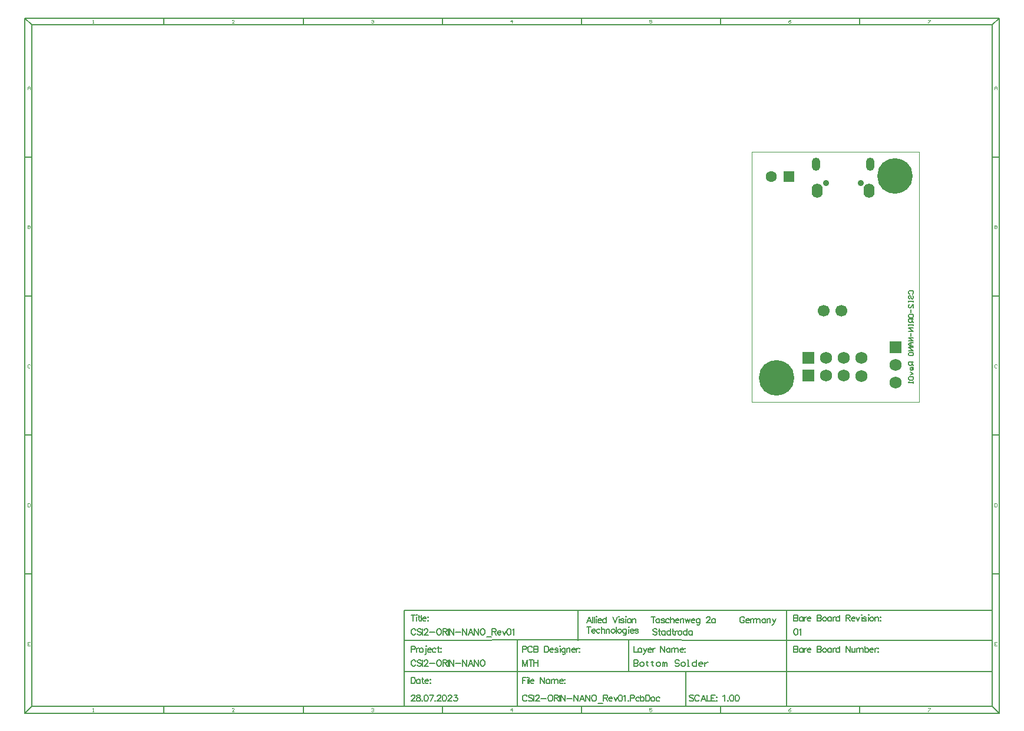
<source format=gbs>
G04*
G04 #@! TF.GenerationSoftware,Altium Limited,Altium Designer,23.7.1 (13)*
G04*
G04 Layer_Color=10079232*
%FSLAX43Y43*%
%MOMM*%
G71*
G04*
G04 #@! TF.SameCoordinates,B4B51515-0AC6-4D20-8248-00ACB9807E1E*
G04*
G04*
G04 #@! TF.FilePolarity,Negative*
G04*
G01*
G75*
%ADD10C,0.200*%
%ADD11C,0.127*%
%ADD12C,0.025*%
%ADD13C,0.050*%
%ADD41C,1.600*%
%ADD52R,1.750X1.750*%
%ADD53C,1.750*%
%ADD54C,1.700*%
%ADD55O,1.250X1.900*%
%ADD56O,1.550X2.100*%
%ADD57C,0.900*%
%ADD58C,5.100*%
%ADD59R,1.750X1.750*%
%ADD60R,1.600X1.600*%
D10*
X22624Y15542D02*
X22507Y15659D01*
Y15892D01*
X22624Y16009D01*
X23090D01*
X23207Y15892D01*
Y15659D01*
X23090Y15542D01*
X22624Y14843D02*
X22507Y14959D01*
Y15192D01*
X22624Y15309D01*
X22740D01*
X22857Y15192D01*
Y14959D01*
X22974Y14843D01*
X23090D01*
X23207Y14959D01*
Y15192D01*
X23090Y15309D01*
X22507Y14609D02*
Y14376D01*
Y14493D01*
X23207D01*
Y14609D01*
Y14376D01*
Y13560D02*
Y14026D01*
X22740Y13560D01*
X22624D01*
X22507Y13676D01*
Y13910D01*
X22624Y14026D01*
X22857Y13326D02*
Y12860D01*
X22507Y12277D02*
Y12510D01*
X22624Y12627D01*
X23090D01*
X23207Y12510D01*
Y12277D01*
X23090Y12160D01*
X22624D01*
X22507Y12277D01*
X23207Y11927D02*
X22507D01*
Y11577D01*
X22624Y11460D01*
X22857D01*
X22974Y11577D01*
Y11927D01*
Y11694D02*
X23207Y11460D01*
X22507Y11227D02*
Y10994D01*
Y11110D01*
X23207D01*
Y11227D01*
Y10994D01*
Y10644D02*
X22507D01*
X23207Y10177D01*
X22507D01*
X22857Y9944D02*
Y9478D01*
X23207Y9244D02*
X22507D01*
X23207Y8778D01*
X22507D01*
X23207Y8545D02*
X22740D01*
X22507Y8311D01*
X22740Y8078D01*
X23207D01*
X22857D01*
Y8545D01*
X23207Y7845D02*
X22507D01*
X23207Y7378D01*
X22507D01*
Y6795D02*
Y7028D01*
X22624Y7145D01*
X23090D01*
X23207Y7028D01*
Y6795D01*
X23090Y6679D01*
X22624D01*
X22507Y6795D01*
X23207Y5745D02*
X22507D01*
Y5396D01*
X22624Y5279D01*
X22857D01*
X22974Y5396D01*
Y5745D01*
Y5512D02*
X23207Y5279D01*
Y4696D02*
Y4929D01*
X23090Y5046D01*
X22857D01*
X22740Y4929D01*
Y4696D01*
X22857Y4579D01*
X22974D01*
Y5046D01*
X22740Y4346D02*
X23207Y4113D01*
X22740Y3879D01*
X22624Y3646D02*
X22507Y3530D01*
Y3296D01*
X22624Y3180D01*
X23090D01*
X23207Y3296D01*
Y3530D01*
X23090Y3646D01*
X22624D01*
X23207Y2946D02*
Y2713D01*
Y2830D01*
X22507D01*
X22624Y2946D01*
D11*
X-17000Y-37111D02*
Y-38000D01*
X-16556D01*
X-16408Y-37852D01*
Y-37704D01*
X-16556Y-37556D01*
X-17000D01*
X-16556D01*
X-16408Y-37408D01*
Y-37259D01*
X-16556Y-37111D01*
X-17000D01*
X-15963Y-38000D02*
X-15667D01*
X-15519Y-37852D01*
Y-37556D01*
X-15667Y-37408D01*
X-15963D01*
X-16111Y-37556D01*
Y-37852D01*
X-15963Y-38000D01*
X-15074Y-37259D02*
Y-37408D01*
X-15223D01*
X-14926D01*
X-15074D01*
Y-37852D01*
X-14926Y-38000D01*
X-14334Y-37259D02*
Y-37408D01*
X-14482D01*
X-14186D01*
X-14334D01*
Y-37852D01*
X-14186Y-38000D01*
X-13593D02*
X-13297D01*
X-13149Y-37852D01*
Y-37556D01*
X-13297Y-37408D01*
X-13593D01*
X-13741Y-37556D01*
Y-37852D01*
X-13593Y-38000D01*
X-12853D02*
Y-37408D01*
X-12705D01*
X-12556Y-37556D01*
Y-38000D01*
Y-37556D01*
X-12408Y-37408D01*
X-12260Y-37556D01*
Y-38000D01*
X-10483Y-37259D02*
X-10631Y-37111D01*
X-10927D01*
X-11075Y-37259D01*
Y-37408D01*
X-10927Y-37556D01*
X-10631D01*
X-10483Y-37704D01*
Y-37852D01*
X-10631Y-38000D01*
X-10927D01*
X-11075Y-37852D01*
X-10038Y-38000D02*
X-9742D01*
X-9594Y-37852D01*
Y-37556D01*
X-9742Y-37408D01*
X-10038D01*
X-10187Y-37556D01*
Y-37852D01*
X-10038Y-38000D01*
X-9298D02*
X-9002D01*
X-9150D01*
Y-37111D01*
X-9298D01*
X-7965D02*
Y-38000D01*
X-8409D01*
X-8557Y-37852D01*
Y-37556D01*
X-8409Y-37408D01*
X-7965D01*
X-7224Y-38000D02*
X-7520D01*
X-7669Y-37852D01*
Y-37556D01*
X-7520Y-37408D01*
X-7224D01*
X-7076Y-37556D01*
Y-37704D01*
X-7669D01*
X-6780Y-37408D02*
Y-38000D01*
Y-37704D01*
X-6632Y-37556D01*
X-6484Y-37408D01*
X-6335D01*
X35500Y-44750D02*
Y55250D01*
X-104500Y-44750D02*
X35500D01*
X-104500D02*
Y55250D01*
X35500D01*
X34500Y-43750D02*
X35500Y-44750D01*
X-9500Y-43750D02*
Y-38750D01*
X12250Y-43750D02*
X34500D01*
X5000D02*
Y-30000D01*
X-33500D02*
X20000D01*
X-49975Y-38725D02*
X-17750Y-38750D01*
X-50000Y-34250D02*
X-24975Y-34225D01*
X5000Y-30000D02*
X34500D01*
X-50000Y-43750D02*
X-33500D01*
X-50000D02*
Y-30000D01*
X-33500D01*
Y-43750D02*
X12250D01*
X-17750Y-38750D02*
X5000D01*
X-24975Y-34225D02*
X5000Y-34250D01*
X-17750Y-38750D02*
Y-34250D01*
X34500Y-43750D02*
X34500Y-30000D01*
X-33750Y-43750D02*
Y-34250D01*
X-25000Y-34250D02*
Y-30000D01*
X5000Y-38750D02*
X34500D01*
X5000Y-34250D02*
X34500D01*
X-103500Y-43750D02*
X-50000D01*
X-103500D02*
Y54250D01*
X34500D01*
Y-30000D02*
Y54250D01*
X-84500Y-44750D02*
Y-43750D01*
X-64500Y-44750D02*
Y-43750D01*
X-44500Y-44750D02*
Y-43750D01*
X-24500Y-44750D02*
Y-43750D01*
X-4500Y-44750D02*
Y-43750D01*
X15500Y-44750D02*
Y-43750D01*
X-104500Y-44750D02*
X-103500Y-43750D01*
X15500Y54250D02*
Y55250D01*
X-4500Y54250D02*
Y55250D01*
X-24500Y54250D02*
Y55250D01*
X-44500Y54250D02*
Y55250D01*
X-64500Y54250D02*
Y55250D01*
X-84500Y54250D02*
Y55250D01*
X-104500Y35250D02*
X-103500D01*
X-104500Y15250D02*
X-103500D01*
X-104500Y-4750D02*
X-103500D01*
X-104500Y-24750D02*
X-103500D01*
X34500Y54250D02*
X35500Y55250D01*
X-104500D02*
X-103500Y54250D01*
X34500Y-24750D02*
X35500D01*
X34500Y-4750D02*
X35500D01*
X34500Y15250D02*
X35500D01*
X34500Y35250D02*
X35500D01*
X-48365Y-37323D02*
X-48407Y-37238D01*
X-48492Y-37154D01*
X-48577Y-37111D01*
X-48746D01*
X-48831Y-37154D01*
X-48915Y-37238D01*
X-48958Y-37323D01*
X-49000Y-37450D01*
Y-37661D01*
X-48958Y-37788D01*
X-48915Y-37873D01*
X-48831Y-37958D01*
X-48746Y-38000D01*
X-48577D01*
X-48492Y-37958D01*
X-48407Y-37873D01*
X-48365Y-37788D01*
X-47523Y-37238D02*
X-47608Y-37154D01*
X-47735Y-37111D01*
X-47904D01*
X-48031Y-37154D01*
X-48115Y-37238D01*
Y-37323D01*
X-48073Y-37407D01*
X-48031Y-37450D01*
X-47946Y-37492D01*
X-47692Y-37577D01*
X-47608Y-37619D01*
X-47565Y-37661D01*
X-47523Y-37746D01*
Y-37873D01*
X-47608Y-37958D01*
X-47735Y-38000D01*
X-47904D01*
X-48031Y-37958D01*
X-48115Y-37873D01*
X-47324Y-37111D02*
Y-38000D01*
X-47095Y-37323D02*
Y-37280D01*
X-47053Y-37196D01*
X-47011Y-37154D01*
X-46926Y-37111D01*
X-46757D01*
X-46672Y-37154D01*
X-46630Y-37196D01*
X-46588Y-37280D01*
Y-37365D01*
X-46630Y-37450D01*
X-46714Y-37577D01*
X-47138Y-38000D01*
X-46545D01*
X-46346Y-37619D02*
X-45584D01*
X-45068Y-37111D02*
X-45153Y-37154D01*
X-45237Y-37238D01*
X-45280Y-37323D01*
X-45322Y-37450D01*
Y-37661D01*
X-45280Y-37788D01*
X-45237Y-37873D01*
X-45153Y-37958D01*
X-45068Y-38000D01*
X-44899D01*
X-44814Y-37958D01*
X-44729Y-37873D01*
X-44687Y-37788D01*
X-44645Y-37661D01*
Y-37450D01*
X-44687Y-37323D01*
X-44729Y-37238D01*
X-44814Y-37154D01*
X-44899Y-37111D01*
X-45068D01*
X-44437D02*
Y-38000D01*
Y-37111D02*
X-44057D01*
X-43930Y-37154D01*
X-43887Y-37196D01*
X-43845Y-37280D01*
Y-37365D01*
X-43887Y-37450D01*
X-43930Y-37492D01*
X-44057Y-37534D01*
X-44437D01*
X-44141D02*
X-43845Y-38000D01*
X-43646Y-37111D02*
Y-38000D01*
X-43460Y-37111D02*
Y-38000D01*
Y-37111D02*
X-42867Y-38000D01*
Y-37111D02*
Y-38000D01*
X-42622Y-37619D02*
X-41860D01*
X-41597Y-37111D02*
Y-38000D01*
Y-37111D02*
X-41005Y-38000D01*
Y-37111D02*
Y-38000D01*
X-40082D02*
X-40421Y-37111D01*
X-40759Y-38000D01*
X-40632Y-37704D02*
X-40209D01*
X-39875Y-37111D02*
Y-38000D01*
Y-37111D02*
X-39282Y-38000D01*
Y-37111D02*
Y-38000D01*
X-38783Y-37111D02*
X-38868Y-37154D01*
X-38952Y-37238D01*
X-38995Y-37323D01*
X-39037Y-37450D01*
Y-37661D01*
X-38995Y-37788D01*
X-38952Y-37873D01*
X-38868Y-37958D01*
X-38783Y-38000D01*
X-38614D01*
X-38529Y-37958D01*
X-38444Y-37873D01*
X-38402Y-37788D01*
X-38360Y-37661D01*
Y-37450D01*
X-38402Y-37323D01*
X-38444Y-37238D01*
X-38529Y-37154D01*
X-38614Y-37111D01*
X-38783D01*
X-49000Y-35577D02*
X-48619D01*
X-48492Y-35534D01*
X-48450Y-35492D01*
X-48407Y-35407D01*
Y-35280D01*
X-48450Y-35196D01*
X-48492Y-35154D01*
X-48619Y-35111D01*
X-49000D01*
Y-36000D01*
X-48209Y-35407D02*
Y-36000D01*
Y-35661D02*
X-48166Y-35534D01*
X-48082Y-35450D01*
X-47997Y-35407D01*
X-47870D01*
X-47578D02*
X-47663Y-35450D01*
X-47747Y-35534D01*
X-47790Y-35661D01*
Y-35746D01*
X-47747Y-35873D01*
X-47663Y-35958D01*
X-47578Y-36000D01*
X-47451D01*
X-47366Y-35958D01*
X-47282Y-35873D01*
X-47239Y-35746D01*
Y-35661D01*
X-47282Y-35534D01*
X-47366Y-35450D01*
X-47451Y-35407D01*
X-47578D01*
X-46875Y-35111D02*
X-46833Y-35154D01*
X-46791Y-35111D01*
X-46833Y-35069D01*
X-46875Y-35111D01*
X-46833Y-35407D02*
Y-36127D01*
X-46875Y-36254D01*
X-46960Y-36296D01*
X-47045D01*
X-46626Y-35661D02*
X-46118D01*
Y-35577D01*
X-46160Y-35492D01*
X-46202Y-35450D01*
X-46287Y-35407D01*
X-46414D01*
X-46499Y-35450D01*
X-46583Y-35534D01*
X-46626Y-35661D01*
Y-35746D01*
X-46583Y-35873D01*
X-46499Y-35958D01*
X-46414Y-36000D01*
X-46287D01*
X-46202Y-35958D01*
X-46118Y-35873D01*
X-45419Y-35534D02*
X-45504Y-35450D01*
X-45589Y-35407D01*
X-45716D01*
X-45800Y-35450D01*
X-45885Y-35534D01*
X-45927Y-35661D01*
Y-35746D01*
X-45885Y-35873D01*
X-45800Y-35958D01*
X-45716Y-36000D01*
X-45589D01*
X-45504Y-35958D01*
X-45419Y-35873D01*
X-45102Y-35111D02*
Y-35831D01*
X-45060Y-35958D01*
X-44975Y-36000D01*
X-44890D01*
X-45229Y-35407D02*
X-44933D01*
X-44721D02*
X-44763Y-35450D01*
X-44721Y-35492D01*
X-44679Y-35450D01*
X-44721Y-35407D01*
Y-35915D02*
X-44763Y-35958D01*
X-44721Y-36000D01*
X-44679Y-35958D01*
X-44721Y-35915D01*
X-17000Y-35111D02*
Y-36000D01*
X-16492D01*
X-15887Y-35407D02*
Y-36000D01*
Y-35534D02*
X-15972Y-35450D01*
X-16056Y-35407D01*
X-16183D01*
X-16268Y-35450D01*
X-16352Y-35534D01*
X-16395Y-35661D01*
Y-35746D01*
X-16352Y-35873D01*
X-16268Y-35958D01*
X-16183Y-36000D01*
X-16056D01*
X-15972Y-35958D01*
X-15887Y-35873D01*
X-15608Y-35407D02*
X-15354Y-36000D01*
X-15100Y-35407D02*
X-15354Y-36000D01*
X-15438Y-36169D01*
X-15523Y-36254D01*
X-15608Y-36296D01*
X-15650D01*
X-14952Y-35661D02*
X-14444D01*
Y-35577D01*
X-14486Y-35492D01*
X-14528Y-35450D01*
X-14613Y-35407D01*
X-14740D01*
X-14825Y-35450D01*
X-14909Y-35534D01*
X-14952Y-35661D01*
Y-35746D01*
X-14909Y-35873D01*
X-14825Y-35958D01*
X-14740Y-36000D01*
X-14613D01*
X-14528Y-35958D01*
X-14444Y-35873D01*
X-14253Y-35407D02*
Y-36000D01*
Y-35661D02*
X-14211Y-35534D01*
X-14126Y-35450D01*
X-14042Y-35407D01*
X-13915D01*
X-13136Y-35111D02*
Y-36000D01*
Y-35111D02*
X-12543Y-36000D01*
Y-35111D02*
Y-36000D01*
X-11790Y-35407D02*
Y-36000D01*
Y-35534D02*
X-11875Y-35450D01*
X-11959Y-35407D01*
X-12086D01*
X-12171Y-35450D01*
X-12255Y-35534D01*
X-12298Y-35661D01*
Y-35746D01*
X-12255Y-35873D01*
X-12171Y-35958D01*
X-12086Y-36000D01*
X-11959D01*
X-11875Y-35958D01*
X-11790Y-35873D01*
X-11553Y-35407D02*
Y-36000D01*
Y-35577D02*
X-11426Y-35450D01*
X-11341Y-35407D01*
X-11214D01*
X-11130Y-35450D01*
X-11087Y-35577D01*
Y-36000D01*
Y-35577D02*
X-10960Y-35450D01*
X-10876Y-35407D01*
X-10749D01*
X-10664Y-35450D01*
X-10622Y-35577D01*
Y-36000D01*
X-10342Y-35661D02*
X-9835D01*
Y-35577D01*
X-9877Y-35492D01*
X-9919Y-35450D01*
X-10004Y-35407D01*
X-10131D01*
X-10215Y-35450D01*
X-10300Y-35534D01*
X-10342Y-35661D01*
Y-35746D01*
X-10300Y-35873D01*
X-10215Y-35958D01*
X-10131Y-36000D01*
X-10004D01*
X-9919Y-35958D01*
X-9835Y-35873D01*
X-9602Y-35407D02*
X-9644Y-35450D01*
X-9602Y-35492D01*
X-9559Y-35450D01*
X-9602Y-35407D01*
Y-35915D02*
X-9644Y-35958D01*
X-9602Y-36000D01*
X-9559Y-35958D01*
X-9602Y-35915D01*
X-8407Y-42238D02*
X-8492Y-42154D01*
X-8619Y-42111D01*
X-8788D01*
X-8915Y-42154D01*
X-9000Y-42238D01*
Y-42323D01*
X-8958Y-42407D01*
X-8915Y-42450D01*
X-8831Y-42492D01*
X-8577Y-42577D01*
X-8492Y-42619D01*
X-8450Y-42661D01*
X-8407Y-42746D01*
Y-42873D01*
X-8492Y-42958D01*
X-8619Y-43000D01*
X-8788D01*
X-8915Y-42958D01*
X-9000Y-42873D01*
X-7574Y-42323D02*
X-7616Y-42238D01*
X-7701Y-42154D01*
X-7785Y-42111D01*
X-7955D01*
X-8039Y-42154D01*
X-8124Y-42238D01*
X-8166Y-42323D01*
X-8209Y-42450D01*
Y-42661D01*
X-8166Y-42788D01*
X-8124Y-42873D01*
X-8039Y-42958D01*
X-7955Y-43000D01*
X-7785D01*
X-7701Y-42958D01*
X-7616Y-42873D01*
X-7574Y-42788D01*
X-6647Y-43000D02*
X-6985Y-42111D01*
X-7324Y-43000D01*
X-7197Y-42704D02*
X-6774D01*
X-6439Y-42111D02*
Y-43000D01*
X-5931D01*
X-5284Y-42111D02*
X-5834D01*
Y-43000D01*
X-5284D01*
X-5834Y-42534D02*
X-5496D01*
X-5093Y-42407D02*
X-5136Y-42450D01*
X-5093Y-42492D01*
X-5051Y-42450D01*
X-5093Y-42407D01*
Y-42915D02*
X-5136Y-42958D01*
X-5093Y-43000D01*
X-5051Y-42958D01*
X-5093Y-42915D01*
X-4158Y-42280D02*
X-4073Y-42238D01*
X-3946Y-42111D01*
Y-43000D01*
X-3464Y-42915D02*
X-3506Y-42958D01*
X-3464Y-43000D01*
X-3422Y-42958D01*
X-3464Y-42915D01*
X-2973Y-42111D02*
X-3100Y-42154D01*
X-3185Y-42280D01*
X-3227Y-42492D01*
Y-42619D01*
X-3185Y-42831D01*
X-3100Y-42958D01*
X-2973Y-43000D01*
X-2888D01*
X-2761Y-42958D01*
X-2677Y-42831D01*
X-2634Y-42619D01*
Y-42492D01*
X-2677Y-42280D01*
X-2761Y-42154D01*
X-2888Y-42111D01*
X-2973D01*
X-2182D02*
X-2309Y-42154D01*
X-2393Y-42280D01*
X-2436Y-42492D01*
Y-42619D01*
X-2393Y-42831D01*
X-2309Y-42958D01*
X-2182Y-43000D01*
X-2097D01*
X-1970Y-42958D01*
X-1885Y-42831D01*
X-1843Y-42619D01*
Y-42492D01*
X-1885Y-42280D01*
X-1970Y-42154D01*
X-2097Y-42111D01*
X-2182D01*
X-1115Y-31073D02*
X-1157Y-30988D01*
X-1242Y-30904D01*
X-1327Y-30861D01*
X-1496D01*
X-1581Y-30904D01*
X-1665Y-30988D01*
X-1708Y-31073D01*
X-1750Y-31200D01*
Y-31411D01*
X-1708Y-31538D01*
X-1665Y-31623D01*
X-1581Y-31708D01*
X-1496Y-31750D01*
X-1327D01*
X-1242Y-31708D01*
X-1157Y-31623D01*
X-1115Y-31538D01*
Y-31411D01*
X-1327D02*
X-1115D01*
X-912D02*
X-404D01*
Y-31327D01*
X-446Y-31242D01*
X-489Y-31200D01*
X-573Y-31157D01*
X-700D01*
X-785Y-31200D01*
X-870Y-31284D01*
X-912Y-31411D01*
Y-31496D01*
X-870Y-31623D01*
X-785Y-31708D01*
X-700Y-31750D01*
X-573D01*
X-489Y-31708D01*
X-404Y-31623D01*
X-214Y-31157D02*
Y-31750D01*
Y-31411D02*
X-171Y-31284D01*
X-87Y-31200D01*
X-2Y-31157D01*
X125D01*
X205D02*
Y-31750D01*
Y-31327D02*
X332Y-31200D01*
X417Y-31157D01*
X544D01*
X629Y-31200D01*
X671Y-31327D01*
Y-31750D01*
Y-31327D02*
X798Y-31200D01*
X883Y-31157D01*
X1010D01*
X1094Y-31200D01*
X1137Y-31327D01*
Y-31750D01*
X1924Y-31157D02*
Y-31750D01*
Y-31284D02*
X1839Y-31200D01*
X1754Y-31157D01*
X1627D01*
X1543Y-31200D01*
X1458Y-31284D01*
X1416Y-31411D01*
Y-31496D01*
X1458Y-31623D01*
X1543Y-31708D01*
X1627Y-31750D01*
X1754D01*
X1839Y-31708D01*
X1924Y-31623D01*
X2161Y-31157D02*
Y-31750D01*
Y-31327D02*
X2288Y-31200D01*
X2372Y-31157D01*
X2499D01*
X2584Y-31200D01*
X2626Y-31327D01*
Y-31750D01*
X2901Y-31157D02*
X3155Y-31750D01*
X3409Y-31157D02*
X3155Y-31750D01*
X3071Y-31919D01*
X2986Y-32004D01*
X2901Y-32046D01*
X2859D01*
X-13657Y-32738D02*
X-13742Y-32654D01*
X-13869Y-32611D01*
X-14038D01*
X-14165Y-32654D01*
X-14250Y-32738D01*
Y-32823D01*
X-14208Y-32907D01*
X-14165Y-32950D01*
X-14081Y-32992D01*
X-13827Y-33077D01*
X-13742Y-33119D01*
X-13700Y-33161D01*
X-13657Y-33246D01*
Y-33373D01*
X-13742Y-33458D01*
X-13869Y-33500D01*
X-14038D01*
X-14165Y-33458D01*
X-14250Y-33373D01*
X-13332Y-32611D02*
Y-33331D01*
X-13289Y-33458D01*
X-13205Y-33500D01*
X-13120D01*
X-13459Y-32907D02*
X-13162D01*
X-12485D02*
Y-33500D01*
Y-33034D02*
X-12570Y-32950D01*
X-12654Y-32907D01*
X-12781D01*
X-12866Y-32950D01*
X-12951Y-33034D01*
X-12993Y-33161D01*
Y-33246D01*
X-12951Y-33373D01*
X-12866Y-33458D01*
X-12781Y-33500D01*
X-12654D01*
X-12570Y-33458D01*
X-12485Y-33373D01*
X-11740Y-32611D02*
Y-33500D01*
Y-33034D02*
X-11825Y-32950D01*
X-11909Y-32907D01*
X-12036D01*
X-12121Y-32950D01*
X-12206Y-33034D01*
X-12248Y-33161D01*
Y-33246D01*
X-12206Y-33373D01*
X-12121Y-33458D01*
X-12036Y-33500D01*
X-11909D01*
X-11825Y-33458D01*
X-11740Y-33373D01*
X-11376Y-32611D02*
Y-33331D01*
X-11334Y-33458D01*
X-11249Y-33500D01*
X-11165D01*
X-11503Y-32907D02*
X-11207D01*
X-11038D02*
Y-33500D01*
Y-33161D02*
X-10995Y-33034D01*
X-10911Y-32950D01*
X-10826Y-32907D01*
X-10699D01*
X-10407D02*
X-10492Y-32950D01*
X-10576Y-33034D01*
X-10619Y-33161D01*
Y-33246D01*
X-10576Y-33373D01*
X-10492Y-33458D01*
X-10407Y-33500D01*
X-10280D01*
X-10195Y-33458D01*
X-10111Y-33373D01*
X-10068Y-33246D01*
Y-33161D01*
X-10111Y-33034D01*
X-10195Y-32950D01*
X-10280Y-32907D01*
X-10407D01*
X-9366Y-32611D02*
Y-33500D01*
Y-33034D02*
X-9450Y-32950D01*
X-9535Y-32907D01*
X-9662D01*
X-9747Y-32950D01*
X-9831Y-33034D01*
X-9874Y-33161D01*
Y-33246D01*
X-9831Y-33373D01*
X-9747Y-33458D01*
X-9662Y-33500D01*
X-9535D01*
X-9450Y-33458D01*
X-9366Y-33373D01*
X-8621Y-32907D02*
Y-33500D01*
Y-33034D02*
X-8706Y-32950D01*
X-8790Y-32907D01*
X-8917D01*
X-9002Y-32950D01*
X-9086Y-33034D01*
X-9129Y-33161D01*
Y-33246D01*
X-9086Y-33373D01*
X-9002Y-33458D01*
X-8917Y-33500D01*
X-8790D01*
X-8706Y-33458D01*
X-8621Y-33373D01*
X-14204Y-30861D02*
Y-31750D01*
X-14500Y-30861D02*
X-13907D01*
X-13294Y-31157D02*
Y-31750D01*
Y-31284D02*
X-13378Y-31200D01*
X-13463Y-31157D01*
X-13590D01*
X-13675Y-31200D01*
X-13759Y-31284D01*
X-13802Y-31411D01*
Y-31496D01*
X-13759Y-31623D01*
X-13675Y-31708D01*
X-13590Y-31750D01*
X-13463D01*
X-13378Y-31708D01*
X-13294Y-31623D01*
X-12591Y-31284D02*
X-12634Y-31200D01*
X-12760Y-31157D01*
X-12887D01*
X-13014Y-31200D01*
X-13057Y-31284D01*
X-13014Y-31369D01*
X-12930Y-31411D01*
X-12718Y-31454D01*
X-12634Y-31496D01*
X-12591Y-31581D01*
Y-31623D01*
X-12634Y-31708D01*
X-12760Y-31750D01*
X-12887D01*
X-13014Y-31708D01*
X-13057Y-31623D01*
X-11897Y-31284D02*
X-11982Y-31200D01*
X-12066Y-31157D01*
X-12193D01*
X-12278Y-31200D01*
X-12363Y-31284D01*
X-12405Y-31411D01*
Y-31496D01*
X-12363Y-31623D01*
X-12278Y-31708D01*
X-12193Y-31750D01*
X-12066D01*
X-11982Y-31708D01*
X-11897Y-31623D01*
X-11707Y-30861D02*
Y-31750D01*
Y-31327D02*
X-11580Y-31200D01*
X-11495Y-31157D01*
X-11368D01*
X-11283Y-31200D01*
X-11241Y-31327D01*
Y-31750D01*
X-11008Y-31411D02*
X-10500D01*
Y-31327D01*
X-10543Y-31242D01*
X-10585Y-31200D01*
X-10670Y-31157D01*
X-10797D01*
X-10881Y-31200D01*
X-10966Y-31284D01*
X-11008Y-31411D01*
Y-31496D01*
X-10966Y-31623D01*
X-10881Y-31708D01*
X-10797Y-31750D01*
X-10670D01*
X-10585Y-31708D01*
X-10500Y-31623D01*
X-10310Y-31157D02*
Y-31750D01*
Y-31327D02*
X-10183Y-31200D01*
X-10098Y-31157D01*
X-9971D01*
X-9887Y-31200D01*
X-9844Y-31327D01*
Y-31750D01*
X-9612Y-31157D02*
X-9442Y-31750D01*
X-9273Y-31157D02*
X-9442Y-31750D01*
X-9273Y-31157D02*
X-9104Y-31750D01*
X-8934Y-31157D02*
X-9104Y-31750D01*
X-8727Y-31411D02*
X-8219D01*
Y-31327D01*
X-8261Y-31242D01*
X-8304Y-31200D01*
X-8388Y-31157D01*
X-8515D01*
X-8600Y-31200D01*
X-8685Y-31284D01*
X-8727Y-31411D01*
Y-31496D01*
X-8685Y-31623D01*
X-8600Y-31708D01*
X-8515Y-31750D01*
X-8388D01*
X-8304Y-31708D01*
X-8219Y-31623D01*
X-7521Y-31157D02*
Y-31835D01*
X-7563Y-31962D01*
X-7605Y-32004D01*
X-7690Y-32046D01*
X-7817D01*
X-7902Y-32004D01*
X-7521Y-31284D02*
X-7605Y-31200D01*
X-7690Y-31157D01*
X-7817D01*
X-7902Y-31200D01*
X-7986Y-31284D01*
X-8029Y-31411D01*
Y-31496D01*
X-7986Y-31623D01*
X-7902Y-31708D01*
X-7817Y-31750D01*
X-7690D01*
X-7605Y-31708D01*
X-7521Y-31623D01*
X-6543Y-31073D02*
Y-31030D01*
X-6501Y-30946D01*
X-6458Y-30904D01*
X-6374Y-30861D01*
X-6204D01*
X-6120Y-30904D01*
X-6077Y-30946D01*
X-6035Y-31030D01*
Y-31115D01*
X-6077Y-31200D01*
X-6162Y-31327D01*
X-6585Y-31750D01*
X-5993D01*
X-5286Y-31157D02*
Y-31750D01*
Y-31284D02*
X-5371Y-31200D01*
X-5455Y-31157D01*
X-5582D01*
X-5667Y-31200D01*
X-5752Y-31284D01*
X-5794Y-31411D01*
Y-31496D01*
X-5752Y-31623D01*
X-5667Y-31708D01*
X-5582Y-31750D01*
X-5455D01*
X-5371Y-31708D01*
X-5286Y-31623D01*
X-23073Y-31750D02*
X-23411Y-30861D01*
X-23750Y-31750D01*
X-23623Y-31454D02*
X-23200D01*
X-22865Y-30861D02*
Y-31750D01*
X-22679Y-30861D02*
Y-31750D01*
X-22408Y-30861D02*
X-22366Y-30904D01*
X-22324Y-30861D01*
X-22366Y-30819D01*
X-22408Y-30861D01*
X-22366Y-31157D02*
Y-31750D01*
X-22167Y-31411D02*
X-21659D01*
Y-31327D01*
X-21701Y-31242D01*
X-21744Y-31200D01*
X-21828Y-31157D01*
X-21955D01*
X-22040Y-31200D01*
X-22125Y-31284D01*
X-22167Y-31411D01*
Y-31496D01*
X-22125Y-31623D01*
X-22040Y-31708D01*
X-21955Y-31750D01*
X-21828D01*
X-21744Y-31708D01*
X-21659Y-31623D01*
X-20961Y-30861D02*
Y-31750D01*
Y-31284D02*
X-21045Y-31200D01*
X-21130Y-31157D01*
X-21257D01*
X-21342Y-31200D01*
X-21426Y-31284D01*
X-21469Y-31411D01*
Y-31496D01*
X-21426Y-31623D01*
X-21342Y-31708D01*
X-21257Y-31750D01*
X-21130D01*
X-21045Y-31708D01*
X-20961Y-31623D01*
X-20025Y-30861D02*
X-19687Y-31750D01*
X-19348Y-30861D02*
X-19687Y-31750D01*
X-19149Y-30861D02*
X-19107Y-30904D01*
X-19065Y-30861D01*
X-19107Y-30819D01*
X-19149Y-30861D01*
X-19107Y-31157D02*
Y-31750D01*
X-18443Y-31284D02*
X-18485Y-31200D01*
X-18612Y-31157D01*
X-18739D01*
X-18866Y-31200D01*
X-18908Y-31284D01*
X-18866Y-31369D01*
X-18781Y-31411D01*
X-18570Y-31454D01*
X-18485Y-31496D01*
X-18443Y-31581D01*
Y-31623D01*
X-18485Y-31708D01*
X-18612Y-31750D01*
X-18739D01*
X-18866Y-31708D01*
X-18908Y-31623D01*
X-18172Y-30861D02*
X-18129Y-30904D01*
X-18087Y-30861D01*
X-18129Y-30819D01*
X-18172Y-30861D01*
X-18129Y-31157D02*
Y-31750D01*
X-17719Y-31157D02*
X-17803Y-31200D01*
X-17888Y-31284D01*
X-17930Y-31411D01*
Y-31496D01*
X-17888Y-31623D01*
X-17803Y-31708D01*
X-17719Y-31750D01*
X-17592D01*
X-17507Y-31708D01*
X-17423Y-31623D01*
X-17380Y-31496D01*
Y-31411D01*
X-17423Y-31284D01*
X-17507Y-31200D01*
X-17592Y-31157D01*
X-17719D01*
X-17185D02*
Y-31750D01*
Y-31327D02*
X-17059Y-31200D01*
X-16974Y-31157D01*
X-16847D01*
X-16762Y-31200D01*
X-16720Y-31327D01*
Y-31750D01*
X-48958Y-42323D02*
Y-42280D01*
X-48915Y-42196D01*
X-48873Y-42154D01*
X-48788Y-42111D01*
X-48619D01*
X-48534Y-42154D01*
X-48492Y-42196D01*
X-48450Y-42280D01*
Y-42365D01*
X-48492Y-42450D01*
X-48577Y-42577D01*
X-49000Y-43000D01*
X-48407D01*
X-47997Y-42111D02*
X-48124Y-42154D01*
X-48166Y-42238D01*
Y-42323D01*
X-48124Y-42407D01*
X-48039Y-42450D01*
X-47870Y-42492D01*
X-47743Y-42534D01*
X-47658Y-42619D01*
X-47616Y-42704D01*
Y-42831D01*
X-47658Y-42915D01*
X-47701Y-42958D01*
X-47828Y-43000D01*
X-47997D01*
X-48124Y-42958D01*
X-48166Y-42915D01*
X-48209Y-42831D01*
Y-42704D01*
X-48166Y-42619D01*
X-48082Y-42534D01*
X-47955Y-42492D01*
X-47785Y-42450D01*
X-47701Y-42407D01*
X-47658Y-42323D01*
Y-42238D01*
X-47701Y-42154D01*
X-47828Y-42111D01*
X-47997D01*
X-47375Y-42915D02*
X-47417Y-42958D01*
X-47375Y-43000D01*
X-47332Y-42958D01*
X-47375Y-42915D01*
X-46884Y-42111D02*
X-47011Y-42154D01*
X-47095Y-42280D01*
X-47138Y-42492D01*
Y-42619D01*
X-47095Y-42831D01*
X-47011Y-42958D01*
X-46884Y-43000D01*
X-46799D01*
X-46672Y-42958D01*
X-46588Y-42831D01*
X-46545Y-42619D01*
Y-42492D01*
X-46588Y-42280D01*
X-46672Y-42154D01*
X-46799Y-42111D01*
X-46884D01*
X-45754D02*
X-46177Y-43000D01*
X-46346Y-42111D02*
X-45754D01*
X-45512Y-42915D02*
X-45555Y-42958D01*
X-45512Y-43000D01*
X-45470Y-42958D01*
X-45512Y-42915D01*
X-45233Y-42323D02*
Y-42280D01*
X-45191Y-42196D01*
X-45148Y-42154D01*
X-45064Y-42111D01*
X-44895D01*
X-44810Y-42154D01*
X-44768Y-42196D01*
X-44725Y-42280D01*
Y-42365D01*
X-44768Y-42450D01*
X-44852Y-42577D01*
X-45275Y-43000D01*
X-44683D01*
X-44230Y-42111D02*
X-44357Y-42154D01*
X-44442Y-42280D01*
X-44484Y-42492D01*
Y-42619D01*
X-44442Y-42831D01*
X-44357Y-42958D01*
X-44230Y-43000D01*
X-44145D01*
X-44018Y-42958D01*
X-43934Y-42831D01*
X-43891Y-42619D01*
Y-42492D01*
X-43934Y-42280D01*
X-44018Y-42154D01*
X-44145Y-42111D01*
X-44230D01*
X-43650Y-42323D02*
Y-42280D01*
X-43608Y-42196D01*
X-43566Y-42154D01*
X-43481Y-42111D01*
X-43312D01*
X-43227Y-42154D01*
X-43185Y-42196D01*
X-43142Y-42280D01*
Y-42365D01*
X-43185Y-42450D01*
X-43269Y-42577D01*
X-43693Y-43000D01*
X-43100D01*
X-42816Y-42111D02*
X-42351D01*
X-42605Y-42450D01*
X-42478D01*
X-42393Y-42492D01*
X-42351Y-42534D01*
X-42309Y-42661D01*
Y-42746D01*
X-42351Y-42873D01*
X-42436Y-42958D01*
X-42562Y-43000D01*
X-42689D01*
X-42816Y-42958D01*
X-42859Y-42915D01*
X-42901Y-42831D01*
X-49000Y-39611D02*
Y-40500D01*
Y-39611D02*
X-48704D01*
X-48577Y-39654D01*
X-48492Y-39738D01*
X-48450Y-39823D01*
X-48407Y-39950D01*
Y-40161D01*
X-48450Y-40288D01*
X-48492Y-40373D01*
X-48577Y-40458D01*
X-48704Y-40500D01*
X-49000D01*
X-47701Y-39907D02*
Y-40500D01*
Y-40034D02*
X-47785Y-39950D01*
X-47870Y-39907D01*
X-47997D01*
X-48082Y-39950D01*
X-48166Y-40034D01*
X-48209Y-40161D01*
Y-40246D01*
X-48166Y-40373D01*
X-48082Y-40458D01*
X-47997Y-40500D01*
X-47870D01*
X-47785Y-40458D01*
X-47701Y-40373D01*
X-47337Y-39611D02*
Y-40331D01*
X-47294Y-40458D01*
X-47210Y-40500D01*
X-47125D01*
X-47464Y-39907D02*
X-47167D01*
X-46998Y-40161D02*
X-46490D01*
Y-40077D01*
X-46533Y-39992D01*
X-46575Y-39950D01*
X-46659Y-39907D01*
X-46786D01*
X-46871Y-39950D01*
X-46956Y-40034D01*
X-46998Y-40161D01*
Y-40246D01*
X-46956Y-40373D01*
X-46871Y-40458D01*
X-46786Y-40500D01*
X-46659D01*
X-46575Y-40458D01*
X-46490Y-40373D01*
X-46257Y-39907D02*
X-46300Y-39950D01*
X-46257Y-39992D01*
X-46215Y-39950D01*
X-46257Y-39907D01*
Y-40415D02*
X-46300Y-40458D01*
X-46257Y-40500D01*
X-46215Y-40458D01*
X-46257Y-40415D01*
X-32365Y-42323D02*
X-32407Y-42238D01*
X-32492Y-42154D01*
X-32577Y-42111D01*
X-32746D01*
X-32831Y-42154D01*
X-32915Y-42238D01*
X-32958Y-42323D01*
X-33000Y-42450D01*
Y-42661D01*
X-32958Y-42788D01*
X-32915Y-42873D01*
X-32831Y-42958D01*
X-32746Y-43000D01*
X-32577D01*
X-32492Y-42958D01*
X-32407Y-42873D01*
X-32365Y-42788D01*
X-31523Y-42238D02*
X-31608Y-42154D01*
X-31735Y-42111D01*
X-31904D01*
X-32031Y-42154D01*
X-32115Y-42238D01*
Y-42323D01*
X-32073Y-42407D01*
X-32031Y-42450D01*
X-31946Y-42492D01*
X-31692Y-42577D01*
X-31608Y-42619D01*
X-31565Y-42661D01*
X-31523Y-42746D01*
Y-42873D01*
X-31608Y-42958D01*
X-31735Y-43000D01*
X-31904D01*
X-32031Y-42958D01*
X-32115Y-42873D01*
X-31324Y-42111D02*
Y-43000D01*
X-31095Y-42323D02*
Y-42280D01*
X-31053Y-42196D01*
X-31011Y-42154D01*
X-30926Y-42111D01*
X-30757D01*
X-30672Y-42154D01*
X-30630Y-42196D01*
X-30588Y-42280D01*
Y-42365D01*
X-30630Y-42450D01*
X-30714Y-42577D01*
X-31138Y-43000D01*
X-30545D01*
X-30346Y-42619D02*
X-29584D01*
X-29068Y-42111D02*
X-29153Y-42154D01*
X-29237Y-42238D01*
X-29280Y-42323D01*
X-29322Y-42450D01*
Y-42661D01*
X-29280Y-42788D01*
X-29237Y-42873D01*
X-29153Y-42958D01*
X-29068Y-43000D01*
X-28899D01*
X-28814Y-42958D01*
X-28729Y-42873D01*
X-28687Y-42788D01*
X-28645Y-42661D01*
Y-42450D01*
X-28687Y-42323D01*
X-28729Y-42238D01*
X-28814Y-42154D01*
X-28899Y-42111D01*
X-29068D01*
X-28437D02*
Y-43000D01*
Y-42111D02*
X-28057D01*
X-27930Y-42154D01*
X-27887Y-42196D01*
X-27845Y-42280D01*
Y-42365D01*
X-27887Y-42450D01*
X-27930Y-42492D01*
X-28057Y-42534D01*
X-28437D01*
X-28141D02*
X-27845Y-43000D01*
X-27646Y-42111D02*
Y-43000D01*
X-27460Y-42111D02*
Y-43000D01*
Y-42111D02*
X-26867Y-43000D01*
Y-42111D02*
Y-43000D01*
X-26622Y-42619D02*
X-25860D01*
X-25597Y-42111D02*
Y-43000D01*
Y-42111D02*
X-25005Y-43000D01*
Y-42111D02*
Y-43000D01*
X-24082D02*
X-24421Y-42111D01*
X-24759Y-43000D01*
X-24632Y-42704D02*
X-24209D01*
X-23875Y-42111D02*
Y-43000D01*
Y-42111D02*
X-23282Y-43000D01*
Y-42111D02*
Y-43000D01*
X-22783Y-42111D02*
X-22868Y-42154D01*
X-22952Y-42238D01*
X-22995Y-42323D01*
X-23037Y-42450D01*
Y-42661D01*
X-22995Y-42788D01*
X-22952Y-42873D01*
X-22868Y-42958D01*
X-22783Y-43000D01*
X-22614D01*
X-22529Y-42958D01*
X-22444Y-42873D01*
X-22402Y-42788D01*
X-22360Y-42661D01*
Y-42450D01*
X-22402Y-42323D01*
X-22444Y-42238D01*
X-22529Y-42154D01*
X-22614Y-42111D01*
X-22783D01*
X-22152Y-43296D02*
X-21475D01*
X-21361Y-42111D02*
Y-43000D01*
Y-42111D02*
X-20980D01*
X-20853Y-42154D01*
X-20811Y-42196D01*
X-20768Y-42280D01*
Y-42365D01*
X-20811Y-42450D01*
X-20853Y-42492D01*
X-20980Y-42534D01*
X-21361D01*
X-21065D02*
X-20768Y-43000D01*
X-20569Y-42661D02*
X-20061D01*
Y-42577D01*
X-20104Y-42492D01*
X-20146Y-42450D01*
X-20231Y-42407D01*
X-20358D01*
X-20442Y-42450D01*
X-20527Y-42534D01*
X-20569Y-42661D01*
Y-42746D01*
X-20527Y-42873D01*
X-20442Y-42958D01*
X-20358Y-43000D01*
X-20231D01*
X-20146Y-42958D01*
X-20061Y-42873D01*
X-19871Y-42407D02*
X-19617Y-43000D01*
X-19363Y-42407D02*
X-19617Y-43000D01*
X-18965Y-42111D02*
X-19092Y-42154D01*
X-19177Y-42280D01*
X-19219Y-42492D01*
Y-42619D01*
X-19177Y-42831D01*
X-19092Y-42958D01*
X-18965Y-43000D01*
X-18881D01*
X-18754Y-42958D01*
X-18669Y-42831D01*
X-18627Y-42619D01*
Y-42492D01*
X-18669Y-42280D01*
X-18754Y-42154D01*
X-18881Y-42111D01*
X-18965D01*
X-18428Y-42280D02*
X-18343Y-42238D01*
X-18216Y-42111D01*
Y-43000D01*
X-17734Y-42915D02*
X-17776Y-42958D01*
X-17734Y-43000D01*
X-17691Y-42958D01*
X-17734Y-42915D01*
X-17497Y-42577D02*
X-17116D01*
X-16989Y-42534D01*
X-16946Y-42492D01*
X-16904Y-42407D01*
Y-42280D01*
X-16946Y-42196D01*
X-16989Y-42154D01*
X-17116Y-42111D01*
X-17497D01*
Y-43000D01*
X-16197Y-42534D02*
X-16282Y-42450D01*
X-16367Y-42407D01*
X-16494D01*
X-16578Y-42450D01*
X-16663Y-42534D01*
X-16705Y-42661D01*
Y-42746D01*
X-16663Y-42873D01*
X-16578Y-42958D01*
X-16494Y-43000D01*
X-16367D01*
X-16282Y-42958D01*
X-16197Y-42873D01*
X-16007Y-42111D02*
Y-43000D01*
Y-42534D02*
X-15922Y-42450D01*
X-15838Y-42407D01*
X-15711D01*
X-15626Y-42450D01*
X-15541Y-42534D01*
X-15499Y-42661D01*
Y-42746D01*
X-15541Y-42873D01*
X-15626Y-42958D01*
X-15711Y-43000D01*
X-15838D01*
X-15922Y-42958D01*
X-16007Y-42873D01*
X-15308Y-42111D02*
Y-43000D01*
Y-42111D02*
X-15012D01*
X-14885Y-42154D01*
X-14801Y-42238D01*
X-14758Y-42323D01*
X-14716Y-42450D01*
Y-42661D01*
X-14758Y-42788D01*
X-14801Y-42873D01*
X-14885Y-42958D01*
X-15012Y-43000D01*
X-15308D01*
X-14305Y-42407D02*
X-14390Y-42450D01*
X-14475Y-42534D01*
X-14517Y-42661D01*
Y-42746D01*
X-14475Y-42873D01*
X-14390Y-42958D01*
X-14305Y-43000D01*
X-14178D01*
X-14094Y-42958D01*
X-14009Y-42873D01*
X-13967Y-42746D01*
Y-42661D01*
X-14009Y-42534D01*
X-14094Y-42450D01*
X-14178Y-42407D01*
X-14305D01*
X-13264Y-42534D02*
X-13349Y-42450D01*
X-13433Y-42407D01*
X-13560D01*
X-13645Y-42450D01*
X-13730Y-42534D01*
X-13772Y-42661D01*
Y-42746D01*
X-13730Y-42873D01*
X-13645Y-42958D01*
X-13560Y-43000D01*
X-13433D01*
X-13349Y-42958D01*
X-13264Y-42873D01*
X-48704Y-30611D02*
Y-31500D01*
X-49000Y-30611D02*
X-48407D01*
X-48217D02*
X-48175Y-30654D01*
X-48132Y-30611D01*
X-48175Y-30569D01*
X-48217Y-30611D01*
X-48175Y-30907D02*
Y-31500D01*
X-47849Y-30611D02*
Y-31331D01*
X-47806Y-31458D01*
X-47722Y-31500D01*
X-47637D01*
X-47976Y-30907D02*
X-47679D01*
X-47510Y-30611D02*
Y-31500D01*
X-47324Y-31161D02*
X-46816D01*
Y-31077D01*
X-46858Y-30992D01*
X-46901Y-30950D01*
X-46985Y-30907D01*
X-47112D01*
X-47197Y-30950D01*
X-47282Y-31034D01*
X-47324Y-31161D01*
Y-31246D01*
X-47282Y-31373D01*
X-47197Y-31458D01*
X-47112Y-31500D01*
X-46985D01*
X-46901Y-31458D01*
X-46816Y-31373D01*
X-46583Y-30907D02*
X-46626Y-30950D01*
X-46583Y-30992D01*
X-46541Y-30950D01*
X-46583Y-30907D01*
Y-31415D02*
X-46626Y-31458D01*
X-46583Y-31500D01*
X-46541Y-31458D01*
X-46583Y-31415D01*
X-33000Y-35577D02*
X-32619D01*
X-32492Y-35534D01*
X-32450Y-35492D01*
X-32407Y-35407D01*
Y-35280D01*
X-32450Y-35196D01*
X-32492Y-35154D01*
X-32619Y-35111D01*
X-33000D01*
Y-36000D01*
X-31574Y-35323D02*
X-31616Y-35238D01*
X-31701Y-35154D01*
X-31785Y-35111D01*
X-31955D01*
X-32039Y-35154D01*
X-32124Y-35238D01*
X-32166Y-35323D01*
X-32209Y-35450D01*
Y-35661D01*
X-32166Y-35788D01*
X-32124Y-35873D01*
X-32039Y-35958D01*
X-31955Y-36000D01*
X-31785D01*
X-31701Y-35958D01*
X-31616Y-35873D01*
X-31574Y-35788D01*
X-31324Y-35111D02*
Y-36000D01*
Y-35111D02*
X-30943D01*
X-30816Y-35154D01*
X-30774Y-35196D01*
X-30731Y-35280D01*
Y-35365D01*
X-30774Y-35450D01*
X-30816Y-35492D01*
X-30943Y-35534D01*
X-31324D02*
X-30943D01*
X-30816Y-35577D01*
X-30774Y-35619D01*
X-30731Y-35704D01*
Y-35831D01*
X-30774Y-35915D01*
X-30816Y-35958D01*
X-30943Y-36000D01*
X-31324D01*
X-29834Y-35111D02*
Y-36000D01*
Y-35111D02*
X-29538D01*
X-29411Y-35154D01*
X-29326Y-35238D01*
X-29284Y-35323D01*
X-29242Y-35450D01*
Y-35661D01*
X-29284Y-35788D01*
X-29326Y-35873D01*
X-29411Y-35958D01*
X-29538Y-36000D01*
X-29834D01*
X-29043Y-35661D02*
X-28535D01*
Y-35577D01*
X-28577Y-35492D01*
X-28619Y-35450D01*
X-28704Y-35407D01*
X-28831D01*
X-28916Y-35450D01*
X-29000Y-35534D01*
X-29043Y-35661D01*
Y-35746D01*
X-29000Y-35873D01*
X-28916Y-35958D01*
X-28831Y-36000D01*
X-28704D01*
X-28619Y-35958D01*
X-28535Y-35873D01*
X-27879Y-35534D02*
X-27921Y-35450D01*
X-28048Y-35407D01*
X-28175D01*
X-28302Y-35450D01*
X-28344Y-35534D01*
X-28302Y-35619D01*
X-28217Y-35661D01*
X-28006Y-35704D01*
X-27921Y-35746D01*
X-27879Y-35831D01*
Y-35873D01*
X-27921Y-35958D01*
X-28048Y-36000D01*
X-28175D01*
X-28302Y-35958D01*
X-28344Y-35873D01*
X-27608Y-35111D02*
X-27566Y-35154D01*
X-27523Y-35111D01*
X-27566Y-35069D01*
X-27608Y-35111D01*
X-27566Y-35407D02*
Y-36000D01*
X-26859Y-35407D02*
Y-36085D01*
X-26901Y-36212D01*
X-26943Y-36254D01*
X-27028Y-36296D01*
X-27155D01*
X-27240Y-36254D01*
X-26859Y-35534D02*
X-26943Y-35450D01*
X-27028Y-35407D01*
X-27155D01*
X-27240Y-35450D01*
X-27324Y-35534D01*
X-27367Y-35661D01*
Y-35746D01*
X-27324Y-35873D01*
X-27240Y-35958D01*
X-27155Y-36000D01*
X-27028D01*
X-26943Y-35958D01*
X-26859Y-35873D01*
X-26622Y-35407D02*
Y-36000D01*
Y-35577D02*
X-26495Y-35450D01*
X-26410Y-35407D01*
X-26283D01*
X-26198Y-35450D01*
X-26156Y-35577D01*
Y-36000D01*
X-25923Y-35661D02*
X-25415D01*
Y-35577D01*
X-25458Y-35492D01*
X-25500Y-35450D01*
X-25585Y-35407D01*
X-25712D01*
X-25796Y-35450D01*
X-25881Y-35534D01*
X-25923Y-35661D01*
Y-35746D01*
X-25881Y-35873D01*
X-25796Y-35958D01*
X-25712Y-36000D01*
X-25585D01*
X-25500Y-35958D01*
X-25415Y-35873D01*
X-25225Y-35407D02*
Y-36000D01*
Y-35661D02*
X-25183Y-35534D01*
X-25098Y-35450D01*
X-25013Y-35407D01*
X-24886D01*
X-24764D02*
X-24806Y-35450D01*
X-24764Y-35492D01*
X-24721Y-35450D01*
X-24764Y-35407D01*
Y-35915D02*
X-24806Y-35958D01*
X-24764Y-36000D01*
X-24721Y-35958D01*
X-24764Y-35915D01*
X-33000Y-39611D02*
Y-40500D01*
Y-39611D02*
X-32450D01*
X-33000Y-40034D02*
X-32661D01*
X-32264Y-39611D02*
X-32221Y-39654D01*
X-32179Y-39611D01*
X-32221Y-39569D01*
X-32264Y-39611D01*
X-32221Y-39907D02*
Y-40500D01*
X-32022Y-39611D02*
Y-40500D01*
X-31836Y-40161D02*
X-31328D01*
Y-40077D01*
X-31371Y-39992D01*
X-31413Y-39950D01*
X-31497Y-39907D01*
X-31624D01*
X-31709Y-39950D01*
X-31794Y-40034D01*
X-31836Y-40161D01*
Y-40246D01*
X-31794Y-40373D01*
X-31709Y-40458D01*
X-31624Y-40500D01*
X-31497D01*
X-31413Y-40458D01*
X-31328Y-40373D01*
X-30439Y-39611D02*
Y-40500D01*
Y-39611D02*
X-29847Y-40500D01*
Y-39611D02*
Y-40500D01*
X-29093Y-39907D02*
Y-40500D01*
Y-40034D02*
X-29178Y-39950D01*
X-29263Y-39907D01*
X-29390D01*
X-29474Y-39950D01*
X-29559Y-40034D01*
X-29601Y-40161D01*
Y-40246D01*
X-29559Y-40373D01*
X-29474Y-40458D01*
X-29390Y-40500D01*
X-29263D01*
X-29178Y-40458D01*
X-29093Y-40373D01*
X-28856Y-39907D02*
Y-40500D01*
Y-40077D02*
X-28729Y-39950D01*
X-28645Y-39907D01*
X-28518D01*
X-28433Y-39950D01*
X-28391Y-40077D01*
Y-40500D01*
Y-40077D02*
X-28264Y-39950D01*
X-28179Y-39907D01*
X-28052D01*
X-27968Y-39950D01*
X-27925Y-40077D01*
Y-40500D01*
X-27646Y-40161D02*
X-27138D01*
Y-40077D01*
X-27180Y-39992D01*
X-27223Y-39950D01*
X-27307Y-39907D01*
X-27434D01*
X-27519Y-39950D01*
X-27604Y-40034D01*
X-27646Y-40161D01*
Y-40246D01*
X-27604Y-40373D01*
X-27519Y-40458D01*
X-27434Y-40500D01*
X-27307D01*
X-27223Y-40458D01*
X-27138Y-40373D01*
X-26905Y-39907D02*
X-26948Y-39950D01*
X-26905Y-39992D01*
X-26863Y-39950D01*
X-26905Y-39907D01*
Y-40415D02*
X-26948Y-40458D01*
X-26905Y-40500D01*
X-26863Y-40458D01*
X-26905Y-40415D01*
X-23454Y-32361D02*
Y-33250D01*
X-23750Y-32361D02*
X-23157D01*
X-23052Y-32911D02*
X-22544D01*
Y-32827D01*
X-22586Y-32742D01*
X-22628Y-32700D01*
X-22713Y-32657D01*
X-22840D01*
X-22925Y-32700D01*
X-23009Y-32784D01*
X-23052Y-32911D01*
Y-32996D01*
X-23009Y-33123D01*
X-22925Y-33208D01*
X-22840Y-33250D01*
X-22713D01*
X-22628Y-33208D01*
X-22544Y-33123D01*
X-21845Y-32784D02*
X-21930Y-32700D01*
X-22015Y-32657D01*
X-22142D01*
X-22226Y-32700D01*
X-22311Y-32784D01*
X-22353Y-32911D01*
Y-32996D01*
X-22311Y-33123D01*
X-22226Y-33208D01*
X-22142Y-33250D01*
X-22015D01*
X-21930Y-33208D01*
X-21845Y-33123D01*
X-21655Y-32361D02*
Y-33250D01*
Y-32827D02*
X-21528Y-32700D01*
X-21443Y-32657D01*
X-21316D01*
X-21232Y-32700D01*
X-21189Y-32827D01*
Y-33250D01*
X-20957Y-32657D02*
Y-33250D01*
Y-32827D02*
X-20830Y-32700D01*
X-20745Y-32657D01*
X-20618D01*
X-20533Y-32700D01*
X-20491Y-32827D01*
Y-33250D01*
X-20047Y-32657D02*
X-20131Y-32700D01*
X-20216Y-32784D01*
X-20258Y-32911D01*
Y-32996D01*
X-20216Y-33123D01*
X-20131Y-33208D01*
X-20047Y-33250D01*
X-19920D01*
X-19835Y-33208D01*
X-19750Y-33123D01*
X-19708Y-32996D01*
Y-32911D01*
X-19750Y-32784D01*
X-19835Y-32700D01*
X-19920Y-32657D01*
X-20047D01*
X-19513Y-32361D02*
Y-33250D01*
X-19115Y-32657D02*
X-19200Y-32700D01*
X-19285Y-32784D01*
X-19327Y-32911D01*
Y-32996D01*
X-19285Y-33123D01*
X-19200Y-33208D01*
X-19115Y-33250D01*
X-18989D01*
X-18904Y-33208D01*
X-18819Y-33123D01*
X-18777Y-32996D01*
Y-32911D01*
X-18819Y-32784D01*
X-18904Y-32700D01*
X-18989Y-32657D01*
X-19115D01*
X-18074D02*
Y-33335D01*
X-18117Y-33462D01*
X-18159Y-33504D01*
X-18244Y-33546D01*
X-18371D01*
X-18455Y-33504D01*
X-18074Y-32784D02*
X-18159Y-32700D01*
X-18244Y-32657D01*
X-18371D01*
X-18455Y-32700D01*
X-18540Y-32784D01*
X-18582Y-32911D01*
Y-32996D01*
X-18540Y-33123D01*
X-18455Y-33208D01*
X-18371Y-33250D01*
X-18244D01*
X-18159Y-33208D01*
X-18074Y-33123D01*
X-17753Y-32361D02*
X-17710Y-32404D01*
X-17668Y-32361D01*
X-17710Y-32319D01*
X-17753Y-32361D01*
X-17710Y-32657D02*
Y-33250D01*
X-17511Y-32911D02*
X-17004D01*
Y-32827D01*
X-17046Y-32742D01*
X-17088Y-32700D01*
X-17173Y-32657D01*
X-17300D01*
X-17384Y-32700D01*
X-17469Y-32784D01*
X-17511Y-32911D01*
Y-32996D01*
X-17469Y-33123D01*
X-17384Y-33208D01*
X-17300Y-33250D01*
X-17173D01*
X-17088Y-33208D01*
X-17004Y-33123D01*
X-16347Y-32784D02*
X-16390Y-32700D01*
X-16517Y-32657D01*
X-16644D01*
X-16771Y-32700D01*
X-16813Y-32784D01*
X-16771Y-32869D01*
X-16686Y-32911D01*
X-16474Y-32954D01*
X-16390Y-32996D01*
X-16347Y-33081D01*
Y-33123D01*
X-16390Y-33208D01*
X-16517Y-33250D01*
X-16644D01*
X-16771Y-33208D01*
X-16813Y-33123D01*
X-33000Y-37111D02*
Y-38000D01*
Y-37111D02*
X-32661Y-38000D01*
X-32323Y-37111D02*
X-32661Y-38000D01*
X-32323Y-37111D02*
Y-38000D01*
X-31773Y-37111D02*
Y-38000D01*
X-32069Y-37111D02*
X-31476D01*
X-31371D02*
Y-38000D01*
X-30778Y-37111D02*
Y-38000D01*
X-31371Y-37534D02*
X-30778D01*
X-48365Y-32823D02*
X-48407Y-32738D01*
X-48492Y-32654D01*
X-48577Y-32611D01*
X-48746D01*
X-48831Y-32654D01*
X-48915Y-32738D01*
X-48958Y-32823D01*
X-49000Y-32950D01*
Y-33161D01*
X-48958Y-33288D01*
X-48915Y-33373D01*
X-48831Y-33458D01*
X-48746Y-33500D01*
X-48577D01*
X-48492Y-33458D01*
X-48407Y-33373D01*
X-48365Y-33288D01*
X-47523Y-32738D02*
X-47608Y-32654D01*
X-47735Y-32611D01*
X-47904D01*
X-48031Y-32654D01*
X-48115Y-32738D01*
Y-32823D01*
X-48073Y-32907D01*
X-48031Y-32950D01*
X-47946Y-32992D01*
X-47692Y-33077D01*
X-47608Y-33119D01*
X-47565Y-33161D01*
X-47523Y-33246D01*
Y-33373D01*
X-47608Y-33458D01*
X-47735Y-33500D01*
X-47904D01*
X-48031Y-33458D01*
X-48115Y-33373D01*
X-47324Y-32611D02*
Y-33500D01*
X-47095Y-32823D02*
Y-32780D01*
X-47053Y-32696D01*
X-47011Y-32654D01*
X-46926Y-32611D01*
X-46757D01*
X-46672Y-32654D01*
X-46630Y-32696D01*
X-46588Y-32780D01*
Y-32865D01*
X-46630Y-32950D01*
X-46714Y-33077D01*
X-47138Y-33500D01*
X-46545D01*
X-46346Y-33119D02*
X-45584D01*
X-45068Y-32611D02*
X-45153Y-32654D01*
X-45237Y-32738D01*
X-45280Y-32823D01*
X-45322Y-32950D01*
Y-33161D01*
X-45280Y-33288D01*
X-45237Y-33373D01*
X-45153Y-33458D01*
X-45068Y-33500D01*
X-44899D01*
X-44814Y-33458D01*
X-44729Y-33373D01*
X-44687Y-33288D01*
X-44645Y-33161D01*
Y-32950D01*
X-44687Y-32823D01*
X-44729Y-32738D01*
X-44814Y-32654D01*
X-44899Y-32611D01*
X-45068D01*
X-44437D02*
Y-33500D01*
Y-32611D02*
X-44057D01*
X-43930Y-32654D01*
X-43887Y-32696D01*
X-43845Y-32780D01*
Y-32865D01*
X-43887Y-32950D01*
X-43930Y-32992D01*
X-44057Y-33034D01*
X-44437D01*
X-44141D02*
X-43845Y-33500D01*
X-43646Y-32611D02*
Y-33500D01*
X-43460Y-32611D02*
Y-33500D01*
Y-32611D02*
X-42867Y-33500D01*
Y-32611D02*
Y-33500D01*
X-42622Y-33119D02*
X-41860D01*
X-41597Y-32611D02*
Y-33500D01*
Y-32611D02*
X-41005Y-33500D01*
Y-32611D02*
Y-33500D01*
X-40082D02*
X-40421Y-32611D01*
X-40759Y-33500D01*
X-40632Y-33204D02*
X-40209D01*
X-39875Y-32611D02*
Y-33500D01*
Y-32611D02*
X-39282Y-33500D01*
Y-32611D02*
Y-33500D01*
X-38783Y-32611D02*
X-38868Y-32654D01*
X-38952Y-32738D01*
X-38995Y-32823D01*
X-39037Y-32950D01*
Y-33161D01*
X-38995Y-33288D01*
X-38952Y-33373D01*
X-38868Y-33458D01*
X-38783Y-33500D01*
X-38614D01*
X-38529Y-33458D01*
X-38444Y-33373D01*
X-38402Y-33288D01*
X-38360Y-33161D01*
Y-32950D01*
X-38402Y-32823D01*
X-38444Y-32738D01*
X-38529Y-32654D01*
X-38614Y-32611D01*
X-38783D01*
X-38152Y-33796D02*
X-37475D01*
X-37361Y-32611D02*
Y-33500D01*
Y-32611D02*
X-36980D01*
X-36853Y-32654D01*
X-36811Y-32696D01*
X-36768Y-32780D01*
Y-32865D01*
X-36811Y-32950D01*
X-36853Y-32992D01*
X-36980Y-33034D01*
X-37361D01*
X-37065D02*
X-36768Y-33500D01*
X-36569Y-33161D02*
X-36061D01*
Y-33077D01*
X-36104Y-32992D01*
X-36146Y-32950D01*
X-36231Y-32907D01*
X-36358D01*
X-36442Y-32950D01*
X-36527Y-33034D01*
X-36569Y-33161D01*
Y-33246D01*
X-36527Y-33373D01*
X-36442Y-33458D01*
X-36358Y-33500D01*
X-36231D01*
X-36146Y-33458D01*
X-36061Y-33373D01*
X-35871Y-32907D02*
X-35617Y-33500D01*
X-35363Y-32907D02*
X-35617Y-33500D01*
X-34965Y-32611D02*
X-35092Y-32654D01*
X-35177Y-32780D01*
X-35219Y-32992D01*
Y-33119D01*
X-35177Y-33331D01*
X-35092Y-33458D01*
X-34965Y-33500D01*
X-34881D01*
X-34754Y-33458D01*
X-34669Y-33331D01*
X-34627Y-33119D01*
Y-32992D01*
X-34669Y-32780D01*
X-34754Y-32654D01*
X-34881Y-32611D01*
X-34965D01*
X-34428Y-32780D02*
X-34343Y-32738D01*
X-34216Y-32611D01*
Y-33500D01*
X6254Y-32611D02*
X6127Y-32654D01*
X6042Y-32780D01*
X6000Y-32992D01*
Y-33119D01*
X6042Y-33331D01*
X6127Y-33458D01*
X6254Y-33500D01*
X6339D01*
X6466Y-33458D01*
X6550Y-33331D01*
X6593Y-33119D01*
Y-32992D01*
X6550Y-32780D01*
X6466Y-32654D01*
X6339Y-32611D01*
X6254D01*
X6791Y-32780D02*
X6876Y-32738D01*
X7003Y-32611D01*
Y-33500D01*
X6000Y-35111D02*
Y-36000D01*
Y-35111D02*
X6381D01*
X6508Y-35154D01*
X6550Y-35196D01*
X6593Y-35280D01*
Y-35365D01*
X6550Y-35450D01*
X6508Y-35492D01*
X6381Y-35534D01*
X6000D02*
X6381D01*
X6508Y-35577D01*
X6550Y-35619D01*
X6593Y-35704D01*
Y-35831D01*
X6550Y-35915D01*
X6508Y-35958D01*
X6381Y-36000D01*
X6000D01*
X7299Y-35407D02*
Y-36000D01*
Y-35534D02*
X7215Y-35450D01*
X7130Y-35407D01*
X7003D01*
X6918Y-35450D01*
X6834Y-35534D01*
X6791Y-35661D01*
Y-35746D01*
X6834Y-35873D01*
X6918Y-35958D01*
X7003Y-36000D01*
X7130D01*
X7215Y-35958D01*
X7299Y-35873D01*
X7536Y-35407D02*
Y-36000D01*
Y-35661D02*
X7579Y-35534D01*
X7663Y-35450D01*
X7748Y-35407D01*
X7875D01*
X7955Y-35661D02*
X8463D01*
Y-35577D01*
X8421Y-35492D01*
X8379Y-35450D01*
X8294Y-35407D01*
X8167D01*
X8082Y-35450D01*
X7998Y-35534D01*
X7955Y-35661D01*
Y-35746D01*
X7998Y-35873D01*
X8082Y-35958D01*
X8167Y-36000D01*
X8294D01*
X8379Y-35958D01*
X8463Y-35873D01*
X9352Y-35111D02*
Y-36000D01*
Y-35111D02*
X9733D01*
X9860Y-35154D01*
X9902Y-35196D01*
X9945Y-35280D01*
Y-35365D01*
X9902Y-35450D01*
X9860Y-35492D01*
X9733Y-35534D01*
X9352D02*
X9733D01*
X9860Y-35577D01*
X9902Y-35619D01*
X9945Y-35704D01*
Y-35831D01*
X9902Y-35915D01*
X9860Y-35958D01*
X9733Y-36000D01*
X9352D01*
X10355Y-35407D02*
X10271Y-35450D01*
X10186Y-35534D01*
X10144Y-35661D01*
Y-35746D01*
X10186Y-35873D01*
X10271Y-35958D01*
X10355Y-36000D01*
X10482D01*
X10567Y-35958D01*
X10651Y-35873D01*
X10694Y-35746D01*
Y-35661D01*
X10651Y-35534D01*
X10567Y-35450D01*
X10482Y-35407D01*
X10355D01*
X11396D02*
Y-36000D01*
Y-35534D02*
X11312Y-35450D01*
X11227Y-35407D01*
X11100D01*
X11015Y-35450D01*
X10931Y-35534D01*
X10888Y-35661D01*
Y-35746D01*
X10931Y-35873D01*
X11015Y-35958D01*
X11100Y-36000D01*
X11227D01*
X11312Y-35958D01*
X11396Y-35873D01*
X11633Y-35407D02*
Y-36000D01*
Y-35661D02*
X11676Y-35534D01*
X11760Y-35450D01*
X11845Y-35407D01*
X11972D01*
X12560Y-35111D02*
Y-36000D01*
Y-35534D02*
X12476Y-35450D01*
X12391Y-35407D01*
X12264D01*
X12179Y-35450D01*
X12095Y-35534D01*
X12052Y-35661D01*
Y-35746D01*
X12095Y-35873D01*
X12179Y-35958D01*
X12264Y-36000D01*
X12391D01*
X12476Y-35958D01*
X12560Y-35873D01*
X13496Y-35111D02*
Y-36000D01*
Y-35111D02*
X14088Y-36000D01*
Y-35111D02*
Y-36000D01*
X14334Y-35407D02*
Y-35831D01*
X14376Y-35958D01*
X14461Y-36000D01*
X14588D01*
X14672Y-35958D01*
X14799Y-35831D01*
Y-35407D02*
Y-36000D01*
X15032Y-35407D02*
Y-36000D01*
Y-35577D02*
X15159Y-35450D01*
X15244Y-35407D01*
X15371D01*
X15455Y-35450D01*
X15498Y-35577D01*
Y-36000D01*
Y-35577D02*
X15625Y-35450D01*
X15709Y-35407D01*
X15836D01*
X15921Y-35450D01*
X15963Y-35577D01*
Y-36000D01*
X16242Y-35111D02*
Y-36000D01*
Y-35534D02*
X16327Y-35450D01*
X16412Y-35407D01*
X16539D01*
X16623Y-35450D01*
X16708Y-35534D01*
X16750Y-35661D01*
Y-35746D01*
X16708Y-35873D01*
X16623Y-35958D01*
X16539Y-36000D01*
X16412D01*
X16327Y-35958D01*
X16242Y-35873D01*
X16941Y-35661D02*
X17449D01*
Y-35577D01*
X17406Y-35492D01*
X17364Y-35450D01*
X17279Y-35407D01*
X17152D01*
X17068Y-35450D01*
X16983Y-35534D01*
X16941Y-35661D01*
Y-35746D01*
X16983Y-35873D01*
X17068Y-35958D01*
X17152Y-36000D01*
X17279D01*
X17364Y-35958D01*
X17449Y-35873D01*
X17639Y-35407D02*
Y-36000D01*
Y-35661D02*
X17681Y-35534D01*
X17766Y-35450D01*
X17851Y-35407D01*
X17978D01*
X18101D02*
X18058Y-35450D01*
X18101Y-35492D01*
X18143Y-35450D01*
X18101Y-35407D01*
Y-35915D02*
X18058Y-35958D01*
X18101Y-36000D01*
X18143Y-35958D01*
X18101Y-35915D01*
X6000Y-30611D02*
Y-31500D01*
Y-30611D02*
X6381D01*
X6508Y-30654D01*
X6550Y-30696D01*
X6593Y-30780D01*
Y-30865D01*
X6550Y-30950D01*
X6508Y-30992D01*
X6381Y-31034D01*
X6000D02*
X6381D01*
X6508Y-31077D01*
X6550Y-31119D01*
X6593Y-31204D01*
Y-31331D01*
X6550Y-31415D01*
X6508Y-31458D01*
X6381Y-31500D01*
X6000D01*
X7299Y-30907D02*
Y-31500D01*
Y-31034D02*
X7215Y-30950D01*
X7130Y-30907D01*
X7003D01*
X6918Y-30950D01*
X6834Y-31034D01*
X6791Y-31161D01*
Y-31246D01*
X6834Y-31373D01*
X6918Y-31458D01*
X7003Y-31500D01*
X7130D01*
X7215Y-31458D01*
X7299Y-31373D01*
X7536Y-30907D02*
Y-31500D01*
Y-31161D02*
X7579Y-31034D01*
X7663Y-30950D01*
X7748Y-30907D01*
X7875D01*
X7955Y-31161D02*
X8463D01*
Y-31077D01*
X8421Y-30992D01*
X8379Y-30950D01*
X8294Y-30907D01*
X8167D01*
X8082Y-30950D01*
X7998Y-31034D01*
X7955Y-31161D01*
Y-31246D01*
X7998Y-31373D01*
X8082Y-31458D01*
X8167Y-31500D01*
X8294D01*
X8379Y-31458D01*
X8463Y-31373D01*
X9352Y-30611D02*
Y-31500D01*
Y-30611D02*
X9733D01*
X9860Y-30654D01*
X9902Y-30696D01*
X9945Y-30780D01*
Y-30865D01*
X9902Y-30950D01*
X9860Y-30992D01*
X9733Y-31034D01*
X9352D02*
X9733D01*
X9860Y-31077D01*
X9902Y-31119D01*
X9945Y-31204D01*
Y-31331D01*
X9902Y-31415D01*
X9860Y-31458D01*
X9733Y-31500D01*
X9352D01*
X10355Y-30907D02*
X10271Y-30950D01*
X10186Y-31034D01*
X10144Y-31161D01*
Y-31246D01*
X10186Y-31373D01*
X10271Y-31458D01*
X10355Y-31500D01*
X10482D01*
X10567Y-31458D01*
X10651Y-31373D01*
X10694Y-31246D01*
Y-31161D01*
X10651Y-31034D01*
X10567Y-30950D01*
X10482Y-30907D01*
X10355D01*
X11396D02*
Y-31500D01*
Y-31034D02*
X11312Y-30950D01*
X11227Y-30907D01*
X11100D01*
X11015Y-30950D01*
X10931Y-31034D01*
X10888Y-31161D01*
Y-31246D01*
X10931Y-31373D01*
X11015Y-31458D01*
X11100Y-31500D01*
X11227D01*
X11312Y-31458D01*
X11396Y-31373D01*
X11633Y-30907D02*
Y-31500D01*
Y-31161D02*
X11676Y-31034D01*
X11760Y-30950D01*
X11845Y-30907D01*
X11972D01*
X12560Y-30611D02*
Y-31500D01*
Y-31034D02*
X12476Y-30950D01*
X12391Y-30907D01*
X12264D01*
X12179Y-30950D01*
X12095Y-31034D01*
X12052Y-31161D01*
Y-31246D01*
X12095Y-31373D01*
X12179Y-31458D01*
X12264Y-31500D01*
X12391D01*
X12476Y-31458D01*
X12560Y-31373D01*
X13496Y-30611D02*
Y-31500D01*
Y-30611D02*
X13877D01*
X14004Y-30654D01*
X14046Y-30696D01*
X14088Y-30780D01*
Y-30865D01*
X14046Y-30950D01*
X14004Y-30992D01*
X13877Y-31034D01*
X13496D01*
X13792D02*
X14088Y-31500D01*
X14287Y-31161D02*
X14795D01*
Y-31077D01*
X14753Y-30992D01*
X14710Y-30950D01*
X14626Y-30907D01*
X14499D01*
X14414Y-30950D01*
X14329Y-31034D01*
X14287Y-31161D01*
Y-31246D01*
X14329Y-31373D01*
X14414Y-31458D01*
X14499Y-31500D01*
X14626D01*
X14710Y-31458D01*
X14795Y-31373D01*
X14985Y-30907D02*
X15239Y-31500D01*
X15493Y-30907D02*
X15239Y-31500D01*
X15722Y-30611D02*
X15764Y-30654D01*
X15807Y-30611D01*
X15764Y-30569D01*
X15722Y-30611D01*
X15764Y-30907D02*
Y-31500D01*
X16429Y-31034D02*
X16386Y-30950D01*
X16259Y-30907D01*
X16132D01*
X16005Y-30950D01*
X15963Y-31034D01*
X16005Y-31119D01*
X16090Y-31161D01*
X16302Y-31204D01*
X16386Y-31246D01*
X16429Y-31331D01*
Y-31373D01*
X16386Y-31458D01*
X16259Y-31500D01*
X16132D01*
X16005Y-31458D01*
X15963Y-31373D01*
X16700Y-30611D02*
X16742Y-30654D01*
X16784Y-30611D01*
X16742Y-30569D01*
X16700Y-30611D01*
X16742Y-30907D02*
Y-31500D01*
X17152Y-30907D02*
X17068Y-30950D01*
X16983Y-31034D01*
X16941Y-31161D01*
Y-31246D01*
X16983Y-31373D01*
X17068Y-31458D01*
X17152Y-31500D01*
X17279D01*
X17364Y-31458D01*
X17449Y-31373D01*
X17491Y-31246D01*
Y-31161D01*
X17449Y-31034D01*
X17364Y-30950D01*
X17279Y-30907D01*
X17152D01*
X17686D02*
Y-31500D01*
Y-31077D02*
X17813Y-30950D01*
X17897Y-30907D01*
X18024D01*
X18109Y-30950D01*
X18151Y-31077D01*
Y-31500D01*
X18426Y-30907D02*
X18384Y-30950D01*
X18426Y-30992D01*
X18469Y-30950D01*
X18426Y-30907D01*
Y-31415D02*
X18384Y-31458D01*
X18426Y-31500D01*
X18469Y-31458D01*
X18426Y-31415D01*
D12*
X-0Y0D02*
X0Y36000D01*
Y36000D02*
X24000Y36000D01*
X24000Y0D02*
X24000Y36000D01*
X0Y0D02*
X24000D01*
D13*
X-74417Y-44500D02*
X-74750D01*
X-74417Y-44167D01*
Y-44083D01*
X-74500Y-44000D01*
X-74667D01*
X-74750Y-44083D01*
X-54750D02*
X-54667Y-44000D01*
X-54500D01*
X-54417Y-44083D01*
Y-44167D01*
X-54500Y-44250D01*
X-54583D01*
X-54500D01*
X-54417Y-44333D01*
Y-44417D01*
X-54500Y-44500D01*
X-54667D01*
X-54750Y-44417D01*
X-34500Y-44500D02*
Y-44000D01*
X-34750Y-44250D01*
X-34417D01*
X-14417Y-44000D02*
X-14750D01*
Y-44250D01*
X-14583Y-44167D01*
X-14500D01*
X-14417Y-44250D01*
Y-44417D01*
X-14500Y-44500D01*
X-14667D01*
X-14750Y-44417D01*
X5583Y-44000D02*
X5417Y-44083D01*
X5250Y-44250D01*
Y-44417D01*
X5333Y-44500D01*
X5500D01*
X5583Y-44417D01*
Y-44333D01*
X5500Y-44250D01*
X5250D01*
X25250Y-44000D02*
X25583D01*
Y-44083D01*
X25250Y-44417D01*
Y-44500D01*
X-94750D02*
X-94583D01*
X-94667D01*
Y-44000D01*
X-94750Y-44083D01*
Y54500D02*
X-94583D01*
X-94667D01*
Y55000D01*
X-94750Y54917D01*
X25250Y55000D02*
X25583D01*
Y54917D01*
X25250Y54583D01*
Y54500D01*
X5583Y55000D02*
X5417Y54917D01*
X5250Y54750D01*
Y54583D01*
X5333Y54500D01*
X5500D01*
X5583Y54583D01*
Y54667D01*
X5500Y54750D01*
X5250D01*
X-14417Y55000D02*
X-14750D01*
Y54750D01*
X-14583Y54833D01*
X-14500D01*
X-14417Y54750D01*
Y54583D01*
X-14500Y54500D01*
X-14667D01*
X-14750Y54583D01*
X-34500Y54500D02*
Y55000D01*
X-34750Y54750D01*
X-34417D01*
X-54750Y54917D02*
X-54667Y55000D01*
X-54500D01*
X-54417Y54917D01*
Y54833D01*
X-54500Y54750D01*
X-54583D01*
X-54500D01*
X-54417Y54667D01*
Y54583D01*
X-54500Y54500D01*
X-54667D01*
X-54750Y54583D01*
X-74417Y54500D02*
X-74750D01*
X-74417Y54833D01*
Y54917D01*
X-74500Y55000D01*
X-74667D01*
X-74750Y54917D01*
X-104117Y44950D02*
Y45283D01*
X-103950Y45450D01*
X-103784Y45283D01*
Y44950D01*
Y45200D01*
X-104117D01*
Y25450D02*
Y24950D01*
X-103867D01*
X-103784Y25033D01*
Y25117D01*
X-103867Y25200D01*
X-104117D01*
X-103867D01*
X-103784Y25283D01*
Y25367D01*
X-103867Y25450D01*
X-104117D01*
X-103784Y5367D02*
X-103867Y5450D01*
X-104033D01*
X-104117Y5367D01*
Y5033D01*
X-104033Y4950D01*
X-103867D01*
X-103784Y5033D01*
X-104117Y-14550D02*
Y-15050D01*
X-103867D01*
X-103784Y-14967D01*
Y-14633D01*
X-103867Y-14550D01*
X-104117D01*
X-103784Y-34550D02*
X-104117D01*
Y-35050D01*
X-103784D01*
X-104117Y-34800D02*
X-103950D01*
X35216Y-34550D02*
X34883D01*
Y-35050D01*
X35216D01*
X34883Y-34800D02*
X35050D01*
X34883Y-14550D02*
Y-15050D01*
X35133D01*
X35216Y-14967D01*
Y-14633D01*
X35133Y-14550D01*
X34883D01*
X35216Y5367D02*
X35133Y5450D01*
X34967D01*
X34883Y5367D01*
Y5033D01*
X34967Y4950D01*
X35133D01*
X35216Y5033D01*
X34883Y25450D02*
Y24950D01*
X35133D01*
X35216Y25033D01*
Y25117D01*
X35133Y25200D01*
X34883D01*
X35133D01*
X35216Y25283D01*
Y25367D01*
X35133Y25450D01*
X34883D01*
Y44950D02*
Y45283D01*
X35050Y45450D01*
X35216Y45283D01*
Y44950D01*
Y45200D01*
X34883D01*
D41*
X2800Y32400D02*
D03*
D52*
X20600Y7900D02*
D03*
D53*
Y5360D02*
D03*
Y2820D02*
D03*
X10640Y3800D02*
D03*
X13180D02*
D03*
X15720Y3775D02*
D03*
X10640Y6400D02*
D03*
X13180D02*
D03*
X15720Y6375D02*
D03*
D54*
X12850Y13150D02*
D03*
X10300D02*
D03*
D55*
X9225Y34200D02*
D03*
X16975D02*
D03*
D56*
X9375Y30400D02*
D03*
X16825D02*
D03*
D57*
X15600Y31500D02*
D03*
X10600D02*
D03*
D58*
X20500Y32500D02*
D03*
X3500Y3500D02*
D03*
D59*
X8100Y3800D02*
D03*
Y6400D02*
D03*
D60*
X5340Y32400D02*
D03*
M02*

</source>
